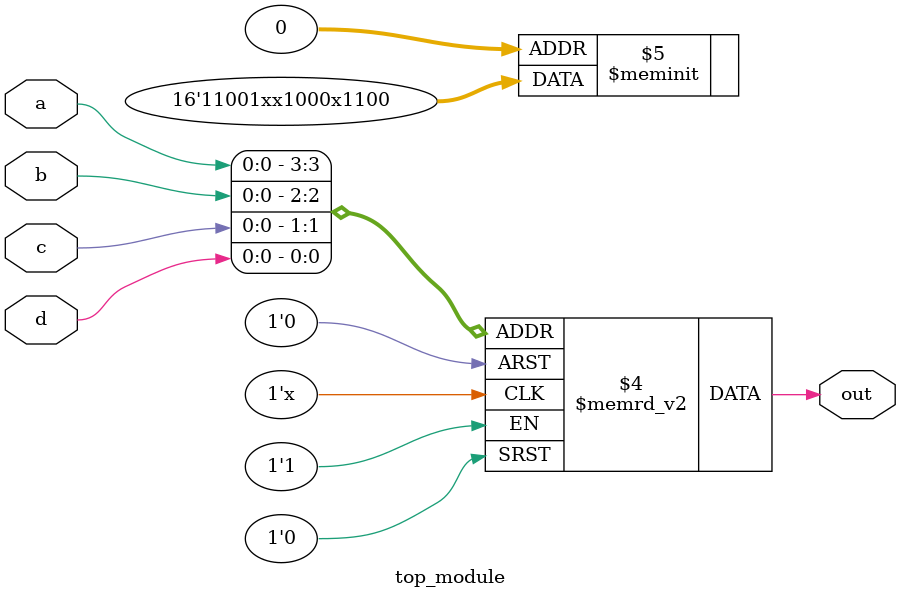
<source format=sv>
module top_module (
    input a, 
    input b,
    input c,
    input d,
    output reg out
);

always @(*) begin
    case ({a, b, c, d})
        4'b0000: out = 0;
        4'b0001: out = 0;
        4'b0011: out = 1;
        4'b0010: out = 1;
        4'b0100: out = 1'bx;
        4'b0101: out = 0;
        4'b0111: out = 0;
        4'b0110: out = 0;
        4'b1000: out = 1;
        4'b1001: out = 1'bx;
        4'b1111: out = 1;
        4'b1110: out = 1;
        4'b1011: out = 1;
        4'b1010: out = 1'bx;
        default: out = 0;
    endcase
end

endmodule

</source>
